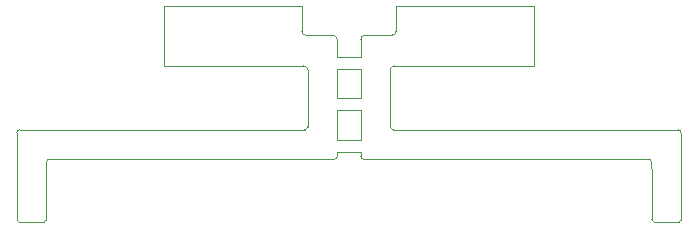
<source format=gbr>
%TF.GenerationSoftware,KiCad,Pcbnew,9.0.6-rc2*%
%TF.CreationDate,2025-11-19T20:35:17-08:00*%
%TF.ProjectId,FPCJr_Trigger_Board,4650434a-725f-4547-9269-676765725f42,rev?*%
%TF.SameCoordinates,Original*%
%TF.FileFunction,Profile,NP*%
%FSLAX46Y46*%
G04 Gerber Fmt 4.6, Leading zero omitted, Abs format (unit mm)*
G04 Created by KiCad (PCBNEW 9.0.6-rc2) date 2025-11-19 20:35:17*
%MOMM*%
%LPD*%
G01*
G04 APERTURE LIST*
%TA.AperFunction,Profile*%
%ADD10C,0.050000*%
%TD*%
G04 APERTURE END LIST*
D10*
X250079800Y-148530000D02*
G75*
G02*
X249729800Y-148180000I0J350000D01*
G01*
X228116961Y-159280161D02*
G75*
G02*
X228366961Y-159029961I250039J161D01*
G01*
X254729800Y-148880000D02*
X254729800Y-150392112D01*
X249879800Y-151130000D02*
G75*
G02*
X250229800Y-151480000I0J-350000D01*
G01*
X281592972Y-156530000D02*
G75*
G02*
X281843000Y-156779828I28J-250000D01*
G01*
X254729800Y-154892111D02*
X254729800Y-157392111D01*
X250229800Y-156280001D02*
G75*
G02*
X249979800Y-156530000I-250000J1D01*
G01*
X228117666Y-160373240D02*
X228116961Y-159280161D01*
X269413801Y-151130000D02*
X269413800Y-146030000D01*
X252379800Y-148529999D02*
X250079800Y-148530000D01*
X257479800Y-156530000D02*
G75*
G02*
X257229800Y-156280000I0J250000D01*
G01*
X254729800Y-150392112D02*
X252729800Y-150392111D01*
X249729800Y-148180000D02*
X249729800Y-146030000D01*
X257579799Y-151130000D02*
X269413801Y-151130000D01*
X257729800Y-148179999D02*
G75*
G02*
X257379800Y-148530000I-350000J-1D01*
G01*
X257729799Y-146030000D02*
X257729800Y-148179999D01*
X281845450Y-160373240D02*
X281842972Y-156779828D01*
X225616856Y-156780056D02*
G75*
G02*
X225866856Y-156530056I249944J56D01*
G01*
X257379800Y-148529999D02*
X255079800Y-148530000D01*
X252729800Y-150392111D02*
X252729800Y-148879999D01*
X257229800Y-156280000D02*
X257229799Y-151480000D01*
X225616856Y-156780056D02*
X225617666Y-160373240D01*
X252729800Y-151392112D02*
X254729800Y-151392112D01*
X254729800Y-157392111D02*
X252729800Y-157392112D01*
X252379800Y-148529999D02*
G75*
G02*
X252729801Y-148879999I0J-350001D01*
G01*
X249979800Y-156530001D02*
X225866856Y-156530000D01*
X254729800Y-158392112D02*
X254729800Y-158780000D01*
X252729800Y-158392113D02*
X254729800Y-158392112D01*
X254729800Y-151392112D02*
X254729800Y-153892113D01*
X257229799Y-151480000D02*
G75*
G02*
X257579799Y-151129999I350001J0D01*
G01*
X254729800Y-153892113D02*
X252729800Y-153892112D01*
X252729800Y-157392112D02*
X252729800Y-154892112D01*
X279093293Y-159030000D02*
G75*
G02*
X279343300Y-159279507I7J-250000D01*
G01*
X252729800Y-153892112D02*
X252729800Y-151392112D01*
X249729800Y-146030000D02*
X238045800Y-146029999D01*
X254729800Y-148880000D02*
G75*
G02*
X255079800Y-148530000I350000J0D01*
G01*
X281592972Y-156530000D02*
X257479800Y-156530000D01*
X279343292Y-159279507D02*
X279345450Y-160373240D01*
X238045800Y-151130000D02*
X249879800Y-151130000D01*
X238045800Y-146029999D02*
X238045800Y-151130000D01*
X252729800Y-158780001D02*
X252729800Y-158392113D01*
X269413800Y-146030000D02*
X257729799Y-146030000D01*
X252729800Y-158780001D02*
G75*
G02*
X252479800Y-159030000I-250000J1D01*
G01*
X228366961Y-159030000D02*
X252479800Y-159030001D01*
X254979800Y-159030000D02*
X279093293Y-159030000D01*
X250229800Y-151480000D02*
X250229800Y-156280001D01*
X254979800Y-159030000D02*
G75*
G02*
X254729800Y-158780000I0J250000D01*
G01*
X252729800Y-154892112D02*
X254729800Y-154892111D01*
%TO.C,J2*%
X279345450Y-164173240D02*
X279345450Y-160373240D01*
X281645451Y-164373240D02*
X279545449Y-164373240D01*
X281845450Y-160373240D02*
X281845450Y-164173240D01*
X279545449Y-164373240D02*
G75*
G02*
X279345450Y-164173240I1J200000D01*
G01*
X281845450Y-164173240D02*
G75*
G02*
X281645451Y-164373240I-200000J0D01*
G01*
%TO.C,J1*%
X225617666Y-164173240D02*
X225617666Y-160373240D01*
X227917667Y-164373240D02*
X225817665Y-164373240D01*
X228117666Y-160373240D02*
X228117666Y-164173240D01*
X225817665Y-164373240D02*
G75*
G02*
X225617666Y-164173240I1J200000D01*
G01*
X228117666Y-164173240D02*
G75*
G02*
X227917667Y-164373240I-200000J0D01*
G01*
%TD*%
M02*

</source>
